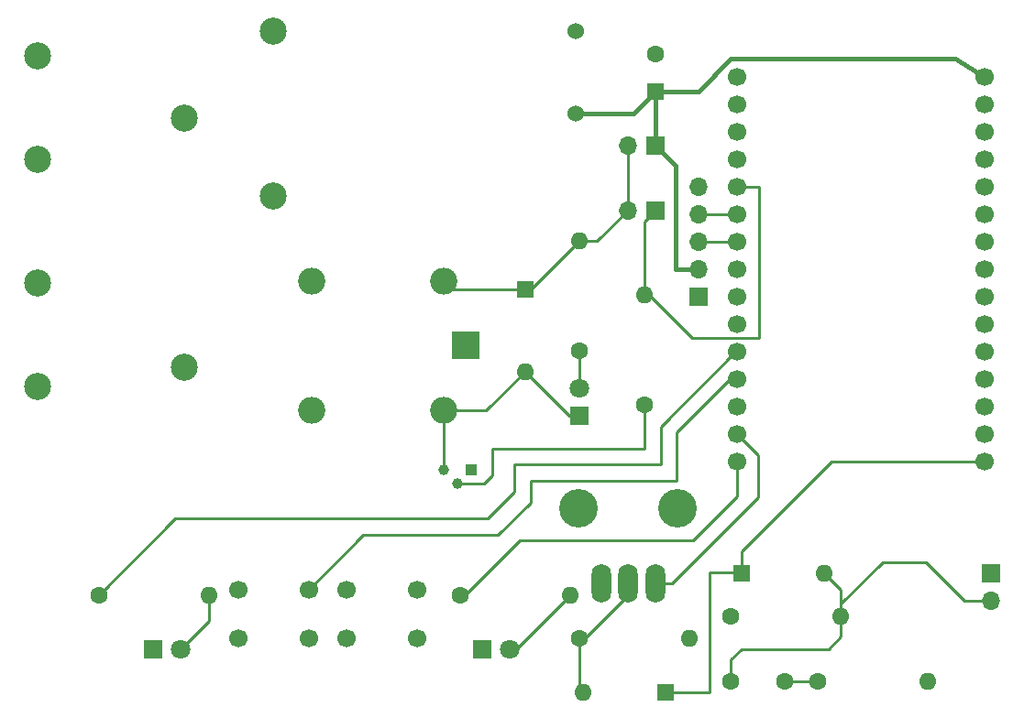
<source format=gtl>
G04 #@! TF.FileFunction,Copper,L1,Top,Signal*
%FSLAX46Y46*%
G04 Gerber Fmt 4.6, Leading zero omitted, Abs format (unit mm)*
G04 Created by KiCad (PCBNEW 4.0.7-e2-6376~58~ubuntu16.04.1) date Mon Jan  1 21:06:32 2018*
%MOMM*%
%LPD*%
G01*
G04 APERTURE LIST*
%ADD10C,0.100000*%
%ADD11C,2.500000*%
%ADD12C,1.524000*%
%ADD13R,1.600000X1.600000*%
%ADD14O,1.600000X1.600000*%
%ADD15C,1.000000*%
%ADD16R,1.000000X1.000000*%
%ADD17R,1.800000X1.800000*%
%ADD18C,1.800000*%
%ADD19C,1.700000*%
%ADD20R,1.700000X1.700000*%
%ADD21O,1.700000X1.700000*%
%ADD22R,2.500000X2.500000*%
%ADD23O,2.500000X2.500000*%
%ADD24C,1.600000*%
%ADD25O,1.800000X3.600000*%
%ADD26C,3.556000*%
%ADD27C,0.250000*%
%ADD28C,0.400000*%
G04 APERTURE END LIST*
D10*
D11*
X128500000Y-48960000D03*
X128500000Y-71960000D03*
X136760000Y-40840000D03*
X136760000Y-56080000D03*
D12*
X164700000Y-40840000D03*
X164700000Y-48460000D03*
D13*
X160000000Y-64750000D03*
D14*
X160000000Y-72370000D03*
D15*
X153730000Y-82730000D03*
X152460000Y-81460000D03*
D16*
X155000000Y-81460000D03*
D17*
X125600000Y-98000000D03*
D18*
X128140000Y-98000000D03*
D19*
X133500000Y-92500000D03*
X140000000Y-92500000D03*
X133500000Y-97000000D03*
X140000000Y-97000000D03*
X143500000Y-92500000D03*
X150000000Y-92500000D03*
X143500000Y-97000000D03*
X150000000Y-97000000D03*
D20*
X203000000Y-91000000D03*
D21*
X203000000Y-93540000D03*
D22*
X154500000Y-69960000D03*
D23*
X152500000Y-63960000D03*
X140300000Y-63960000D03*
X140300000Y-75960000D03*
X152500000Y-75960000D03*
D19*
X202430000Y-80700000D03*
X202430000Y-78160000D03*
X202430000Y-75620000D03*
X202430000Y-73080000D03*
X202430000Y-70540000D03*
X202430000Y-68000000D03*
X202430000Y-65460000D03*
X202430000Y-62920000D03*
X202430000Y-60380000D03*
X202430000Y-57840000D03*
X202430000Y-55300000D03*
X202430000Y-52760000D03*
X202430000Y-50220000D03*
X202430000Y-47680000D03*
X202430000Y-45140000D03*
X179570000Y-80700000D03*
X179570000Y-78160000D03*
X179570000Y-75620000D03*
X179570000Y-73080000D03*
X179570000Y-70540000D03*
X179570000Y-68000000D03*
X179570000Y-65460000D03*
X179570000Y-62920000D03*
X179570000Y-60380000D03*
X179570000Y-57840000D03*
X179570000Y-55300000D03*
X179570000Y-52760000D03*
X179570000Y-50220000D03*
X179570000Y-47680000D03*
X179570000Y-45140000D03*
D13*
X173000000Y-102000000D03*
D14*
X165380000Y-102000000D03*
D13*
X180000000Y-91000000D03*
D14*
X187620000Y-91000000D03*
D17*
X156000000Y-98000000D03*
D18*
X158540000Y-98000000D03*
D17*
X165000000Y-76460000D03*
D18*
X165000000Y-73920000D03*
D20*
X176000000Y-65460000D03*
D21*
X176000000Y-62920000D03*
X176000000Y-60380000D03*
X176000000Y-57840000D03*
X176000000Y-55300000D03*
D24*
X179000000Y-95000000D03*
D14*
X189160000Y-95000000D03*
D24*
X165000000Y-70460000D03*
D14*
X165000000Y-60300000D03*
D24*
X165000000Y-97000000D03*
D14*
X175160000Y-97000000D03*
D24*
X154000000Y-93000000D03*
D14*
X164160000Y-93000000D03*
D24*
X120600000Y-93000000D03*
D14*
X130760000Y-93000000D03*
D25*
X167000000Y-91900000D03*
X172000000Y-91900000D03*
X169500000Y-91900000D03*
D26*
X174072000Y-84984000D03*
X164928000Y-84984000D03*
D24*
X184000000Y-101000000D03*
X179000000Y-101000000D03*
X187000000Y-101000000D03*
D14*
X197160000Y-101000000D03*
D20*
X172000000Y-51460000D03*
D21*
X169460000Y-51460000D03*
D20*
X172000000Y-57460000D03*
D21*
X169460000Y-57460000D03*
D11*
X115000000Y-73722500D03*
X115000000Y-64197500D03*
X115000000Y-43197500D03*
X115000000Y-52722500D03*
D13*
X172000000Y-46460000D03*
D24*
X172000000Y-42960000D03*
X171000000Y-75460000D03*
D14*
X171000000Y-65300000D03*
D27*
X165000000Y-97000000D02*
X165500000Y-97000000D01*
X165500000Y-97000000D02*
X169500000Y-93000000D01*
X169500000Y-93000000D02*
X169500000Y-91900000D01*
X165000000Y-97000000D02*
X165000000Y-101620000D01*
X165000000Y-101620000D02*
X165380000Y-102000000D01*
X152500000Y-75960000D02*
X152500000Y-78500000D01*
X152500000Y-78500000D02*
X152460000Y-81460000D01*
X165540000Y-77000000D02*
X165000000Y-76460000D01*
X165000000Y-76460000D02*
X164090000Y-76460000D01*
X164090000Y-76460000D02*
X160000000Y-72370000D01*
X152500000Y-75960000D02*
X156410000Y-75960000D01*
X156410000Y-75960000D02*
X160000000Y-72370000D01*
X165000000Y-73920000D02*
X165000000Y-70460000D01*
X158540000Y-98000000D02*
X159160000Y-98000000D01*
X159160000Y-98000000D02*
X164160000Y-93000000D01*
X130760000Y-93000000D02*
X130760000Y-95380000D01*
X130760000Y-95380000D02*
X128140000Y-98000000D01*
X171000000Y-75460000D02*
X171000000Y-79460000D01*
X156230000Y-82730000D02*
X153730000Y-82730000D01*
X157000000Y-81960000D02*
X156230000Y-82730000D01*
X157000000Y-79460000D02*
X157000000Y-81960000D01*
X171000000Y-79460000D02*
X157000000Y-79460000D01*
D28*
X172000000Y-51460000D02*
X172000000Y-46460000D01*
X176000000Y-62920000D02*
X173940000Y-62920000D01*
X173900000Y-53360000D02*
X172000000Y-51460000D01*
X173900000Y-62880000D02*
X173900000Y-53360000D01*
X173940000Y-62920000D02*
X173900000Y-62880000D01*
X164700000Y-48460000D02*
X170000000Y-48460000D01*
X170000000Y-48460000D02*
X172000000Y-46460000D01*
X172000000Y-46460000D02*
X176000000Y-46460000D01*
X176000000Y-46460000D02*
X179000000Y-43460000D01*
X179000000Y-43460000D02*
X199750000Y-43460000D01*
X199750000Y-43460000D02*
X202430000Y-45140000D01*
D27*
X180000000Y-91000000D02*
X180000000Y-88960000D01*
X188260000Y-80700000D02*
X202430000Y-80700000D01*
X180000000Y-88960000D02*
X188260000Y-80700000D01*
X177000000Y-90960000D02*
X179960000Y-90960000D01*
X179960000Y-90960000D02*
X180000000Y-91000000D01*
X173000000Y-102000000D02*
X177000000Y-102000000D01*
X177000000Y-102000000D02*
X177000000Y-90960000D01*
X177000000Y-90960000D02*
X177000000Y-91000000D01*
X179570000Y-73080000D02*
X178880000Y-73080000D01*
X178880000Y-73080000D02*
X174000000Y-77960000D01*
X174000000Y-77960000D02*
X174000000Y-82460000D01*
X174000000Y-82460000D02*
X160500000Y-82460000D01*
X160500000Y-82460000D02*
X160500000Y-84460000D01*
X160500000Y-84460000D02*
X157500000Y-87460000D01*
X157500000Y-87460000D02*
X145040000Y-87460000D01*
X145040000Y-87460000D02*
X140000000Y-92500000D01*
X179570000Y-60380000D02*
X176000000Y-60380000D01*
X179570000Y-57840000D02*
X176000000Y-57840000D01*
X179570000Y-70540000D02*
X179420000Y-70540000D01*
X179420000Y-70540000D02*
X172500000Y-77460000D01*
X172500000Y-77460000D02*
X172500000Y-80960000D01*
X172500000Y-80960000D02*
X159000000Y-80960000D01*
X159000000Y-80960000D02*
X159000000Y-83460000D01*
X159000000Y-83460000D02*
X156500000Y-85960000D01*
X156500000Y-85960000D02*
X127640000Y-85960000D01*
X127640000Y-85960000D02*
X120600000Y-93000000D01*
X154000000Y-93000000D02*
X154460000Y-93000000D01*
X154460000Y-93000000D02*
X159500000Y-87960000D01*
X159500000Y-87960000D02*
X175500000Y-87960000D01*
X175500000Y-87960000D02*
X179570000Y-83890000D01*
X179570000Y-83890000D02*
X179570000Y-80700000D01*
X179604000Y-80734000D02*
X179570000Y-80700000D01*
X184000000Y-101000000D02*
X187000000Y-101000000D01*
X172000000Y-91900000D02*
X173560000Y-91900000D01*
X181500000Y-80090000D02*
X179570000Y-78160000D01*
X181500000Y-83960000D02*
X181500000Y-80090000D01*
X173560000Y-91900000D02*
X181500000Y-83960000D01*
X171500000Y-91900000D02*
X172100000Y-91900000D01*
X203000000Y-93540000D02*
X200580000Y-93540000D01*
X189160000Y-93800000D02*
X189160000Y-95000000D01*
X193000000Y-89960000D02*
X189160000Y-93800000D01*
X197000000Y-89960000D02*
X193000000Y-89960000D01*
X200580000Y-93540000D02*
X197000000Y-89960000D01*
X189160000Y-95000000D02*
X189160000Y-92540000D01*
X189160000Y-92540000D02*
X187620000Y-91000000D01*
X189160000Y-95000000D02*
X189160000Y-96840000D01*
X179000000Y-99000000D02*
X179000000Y-101000000D01*
X180000000Y-98000000D02*
X179000000Y-99000000D01*
X188000000Y-98000000D02*
X180000000Y-98000000D01*
X189160000Y-96840000D02*
X188000000Y-98000000D01*
X169460000Y-57460000D02*
X169460000Y-51460000D01*
X165000000Y-60300000D02*
X166620000Y-60300000D01*
X166620000Y-60300000D02*
X169460000Y-57460000D01*
X160000000Y-64750000D02*
X160550000Y-64750000D01*
X160550000Y-64750000D02*
X165000000Y-60300000D01*
X160000000Y-64750000D02*
X153290000Y-64750000D01*
X153290000Y-64750000D02*
X152500000Y-63960000D01*
X179570000Y-55300000D02*
X181560000Y-55300000D01*
X175400000Y-69260000D02*
X171440000Y-65300000D01*
X177600000Y-69260000D02*
X175400000Y-69260000D01*
X181600000Y-69260000D02*
X177600000Y-69260000D01*
X181600000Y-55340000D02*
X181600000Y-69260000D01*
X181560000Y-55300000D02*
X181600000Y-55340000D01*
X171440000Y-65300000D02*
X171000000Y-65300000D01*
X171000000Y-65300000D02*
X171000000Y-58460000D01*
X171000000Y-58460000D02*
X172000000Y-57460000D01*
X179570000Y-55030000D02*
X179570000Y-55300000D01*
M02*

</source>
